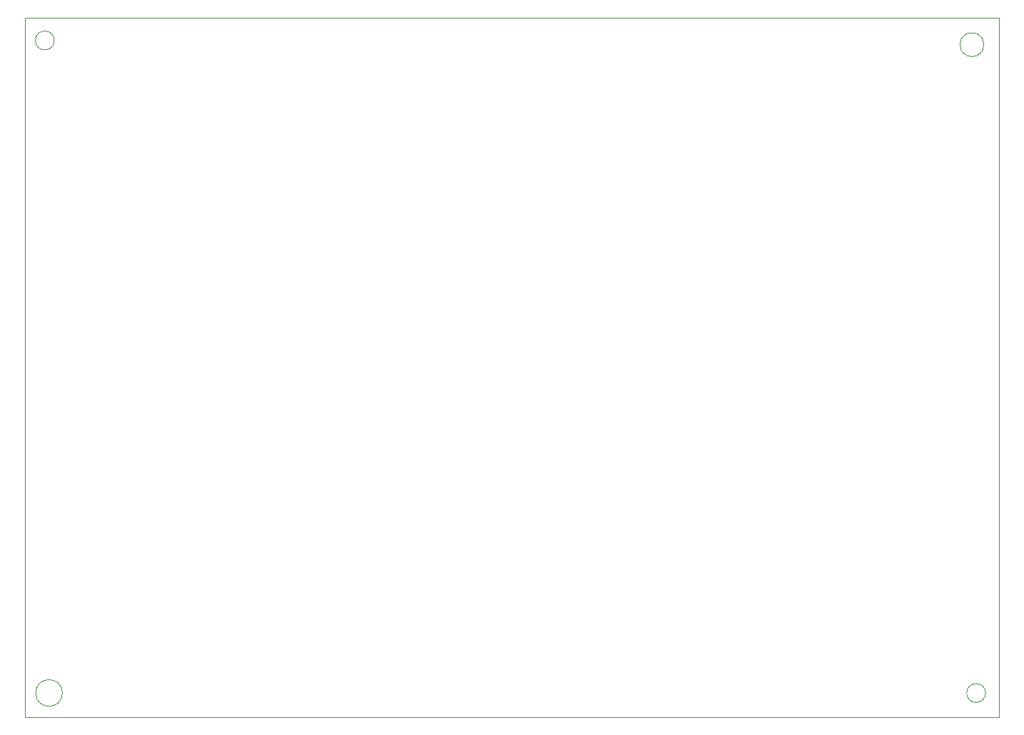
<source format=gm1>
%TF.GenerationSoftware,KiCad,Pcbnew,8.0.7*%
%TF.CreationDate,2024-12-09T23:50:59+01:00*%
%TF.ProjectId,main_board_proto,6d61696e-5f62-46f6-9172-645f70726f74,rev?*%
%TF.SameCoordinates,Original*%
%TF.FileFunction,Profile,NP*%
%FSLAX46Y46*%
G04 Gerber Fmt 4.6, Leading zero omitted, Abs format (unit mm)*
G04 Created by KiCad (PCBNEW 8.0.7) date 2024-12-09 23:50:59*
%MOMM*%
%LPD*%
G01*
G04 APERTURE LIST*
%TA.AperFunction,Profile*%
%ADD10C,0.100000*%
%TD*%
G04 APERTURE END LIST*
D10*
X159118034Y-123000000D02*
G75*
G02*
X156881966Y-123000000I-1118034J0D01*
G01*
X156881966Y-123000000D02*
G75*
G02*
X159118034Y-123000000I1118034J0D01*
G01*
X158914214Y-46000000D02*
G75*
G02*
X156085786Y-46000000I-1414214J0D01*
G01*
X156085786Y-46000000D02*
G75*
G02*
X158914214Y-46000000I1414214J0D01*
G01*
X48618034Y-45500000D02*
G75*
G02*
X46381966Y-45500000I-1118034J0D01*
G01*
X46381966Y-45500000D02*
G75*
G02*
X48618034Y-45500000I1118034J0D01*
G01*
X49581139Y-123000000D02*
G75*
G02*
X46418861Y-123000000I-1581139J0D01*
G01*
X46418861Y-123000000D02*
G75*
G02*
X49581139Y-123000000I1581139J0D01*
G01*
X45125000Y-42799000D02*
X160742000Y-42799000D01*
X160742000Y-125857000D01*
X45125000Y-125857000D01*
X45125000Y-42799000D01*
M02*

</source>
